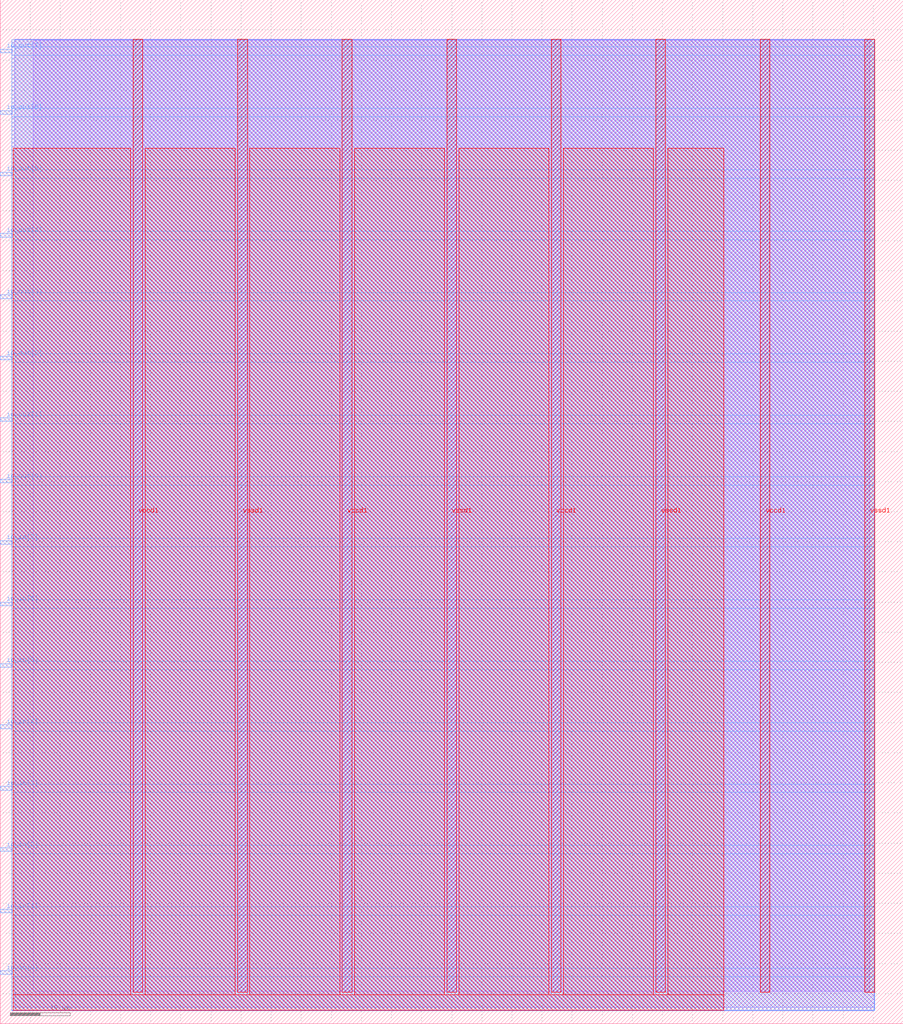
<source format=lef>
VERSION 5.7 ;
  NOWIREEXTENSIONATPIN ON ;
  DIVIDERCHAR "/" ;
  BUSBITCHARS "[]" ;
MACRO tholin_avalonsemi_tbb1143
  CLASS BLOCK ;
  FOREIGN tholin_avalonsemi_tbb1143 ;
  ORIGIN 0.000 0.000 ;
  SIZE 150.000 BY 170.000 ;
  PIN io_in[0]
    DIRECTION INPUT ;
    USE SIGNAL ;
    PORT
      LAYER met3 ;
        RECT 0.000 8.200 2.000 8.800 ;
    END
  END io_in[0]
  PIN io_in[1]
    DIRECTION INPUT ;
    USE SIGNAL ;
    PORT
      LAYER met3 ;
        RECT 0.000 18.400 2.000 19.000 ;
    END
  END io_in[1]
  PIN io_in[2]
    DIRECTION INPUT ;
    USE SIGNAL ;
    PORT
      LAYER met3 ;
        RECT 0.000 28.600 2.000 29.200 ;
    END
  END io_in[2]
  PIN io_in[3]
    DIRECTION INPUT ;
    USE SIGNAL ;
    PORT
      LAYER met3 ;
        RECT 0.000 38.800 2.000 39.400 ;
    END
  END io_in[3]
  PIN io_in[4]
    DIRECTION INPUT ;
    USE SIGNAL ;
    PORT
      LAYER met3 ;
        RECT 0.000 49.000 2.000 49.600 ;
    END
  END io_in[4]
  PIN io_in[5]
    DIRECTION INPUT ;
    USE SIGNAL ;
    PORT
      LAYER met3 ;
        RECT 0.000 59.200 2.000 59.800 ;
    END
  END io_in[5]
  PIN io_in[6]
    DIRECTION INPUT ;
    USE SIGNAL ;
    PORT
      LAYER met3 ;
        RECT 0.000 69.400 2.000 70.000 ;
    END
  END io_in[6]
  PIN io_in[7]
    DIRECTION INPUT ;
    USE SIGNAL ;
    PORT
      LAYER met3 ;
        RECT 0.000 79.600 2.000 80.200 ;
    END
  END io_in[7]
  PIN io_out[0]
    DIRECTION OUTPUT TRISTATE ;
    USE SIGNAL ;
    PORT
      LAYER met3 ;
        RECT 0.000 89.800 2.000 90.400 ;
    END
  END io_out[0]
  PIN io_out[1]
    DIRECTION OUTPUT TRISTATE ;
    USE SIGNAL ;
    PORT
      LAYER met3 ;
        RECT 0.000 100.000 2.000 100.600 ;
    END
  END io_out[1]
  PIN io_out[2]
    DIRECTION OUTPUT TRISTATE ;
    USE SIGNAL ;
    PORT
      LAYER met3 ;
        RECT 0.000 110.200 2.000 110.800 ;
    END
  END io_out[2]
  PIN io_out[3]
    DIRECTION OUTPUT TRISTATE ;
    USE SIGNAL ;
    PORT
      LAYER met3 ;
        RECT 0.000 120.400 2.000 121.000 ;
    END
  END io_out[3]
  PIN io_out[4]
    DIRECTION OUTPUT TRISTATE ;
    USE SIGNAL ;
    PORT
      LAYER met3 ;
        RECT 0.000 130.600 2.000 131.200 ;
    END
  END io_out[4]
  PIN io_out[5]
    DIRECTION OUTPUT TRISTATE ;
    USE SIGNAL ;
    PORT
      LAYER met3 ;
        RECT 0.000 140.800 2.000 141.400 ;
    END
  END io_out[5]
  PIN io_out[6]
    DIRECTION OUTPUT TRISTATE ;
    USE SIGNAL ;
    PORT
      LAYER met3 ;
        RECT 0.000 151.000 2.000 151.600 ;
    END
  END io_out[6]
  PIN io_out[7]
    DIRECTION OUTPUT TRISTATE ;
    USE SIGNAL ;
    PORT
      LAYER met3 ;
        RECT 0.000 161.200 2.000 161.800 ;
    END
  END io_out[7]
  PIN vccd1
    DIRECTION INOUT ;
    USE POWER ;
    PORT
      LAYER met4 ;
        RECT 22.085 5.200 23.685 163.440 ;
    END
    PORT
      LAYER met4 ;
        RECT 56.815 5.200 58.415 163.440 ;
    END
    PORT
      LAYER met4 ;
        RECT 91.545 5.200 93.145 163.440 ;
    END
    PORT
      LAYER met4 ;
        RECT 126.275 5.200 127.875 163.440 ;
    END
  END vccd1
  PIN vssd1
    DIRECTION INOUT ;
    USE GROUND ;
    PORT
      LAYER met4 ;
        RECT 39.450 5.200 41.050 163.440 ;
    END
    PORT
      LAYER met4 ;
        RECT 74.180 5.200 75.780 163.440 ;
    END
    PORT
      LAYER met4 ;
        RECT 108.910 5.200 110.510 163.440 ;
    END
    PORT
      LAYER met4 ;
        RECT 143.640 5.200 145.240 163.440 ;
    END
  END vssd1
  OBS
      LAYER li1 ;
        RECT 5.520 5.355 144.440 163.285 ;
      LAYER met1 ;
        RECT 2.370 2.760 145.240 163.440 ;
      LAYER met2 ;
        RECT 1.930 2.195 145.210 163.385 ;
      LAYER met3 ;
        RECT 1.905 162.200 145.230 163.365 ;
        RECT 2.400 160.800 145.230 162.200 ;
        RECT 1.905 152.000 145.230 160.800 ;
        RECT 2.400 150.600 145.230 152.000 ;
        RECT 1.905 141.800 145.230 150.600 ;
        RECT 2.400 140.400 145.230 141.800 ;
        RECT 1.905 131.600 145.230 140.400 ;
        RECT 2.400 130.200 145.230 131.600 ;
        RECT 1.905 121.400 145.230 130.200 ;
        RECT 2.400 120.000 145.230 121.400 ;
        RECT 1.905 111.200 145.230 120.000 ;
        RECT 2.400 109.800 145.230 111.200 ;
        RECT 1.905 101.000 145.230 109.800 ;
        RECT 2.400 99.600 145.230 101.000 ;
        RECT 1.905 90.800 145.230 99.600 ;
        RECT 2.400 89.400 145.230 90.800 ;
        RECT 1.905 80.600 145.230 89.400 ;
        RECT 2.400 79.200 145.230 80.600 ;
        RECT 1.905 70.400 145.230 79.200 ;
        RECT 2.400 69.000 145.230 70.400 ;
        RECT 1.905 60.200 145.230 69.000 ;
        RECT 2.400 58.800 145.230 60.200 ;
        RECT 1.905 50.000 145.230 58.800 ;
        RECT 2.400 48.600 145.230 50.000 ;
        RECT 1.905 39.800 145.230 48.600 ;
        RECT 2.400 38.400 145.230 39.800 ;
        RECT 1.905 29.600 145.230 38.400 ;
        RECT 2.400 28.200 145.230 29.600 ;
        RECT 1.905 19.400 145.230 28.200 ;
        RECT 2.400 18.000 145.230 19.400 ;
        RECT 1.905 9.200 145.230 18.000 ;
        RECT 2.400 7.800 145.230 9.200 ;
        RECT 1.905 2.215 145.230 7.800 ;
      LAYER met4 ;
        RECT 2.135 4.800 21.685 145.345 ;
        RECT 24.085 4.800 39.050 145.345 ;
        RECT 41.450 4.800 56.415 145.345 ;
        RECT 58.815 4.800 73.780 145.345 ;
        RECT 76.180 4.800 91.145 145.345 ;
        RECT 93.545 4.800 108.510 145.345 ;
        RECT 110.910 4.800 120.225 145.345 ;
        RECT 2.135 2.215 120.225 4.800 ;
  END
END tholin_avalonsemi_tbb1143
END LIBRARY


</source>
